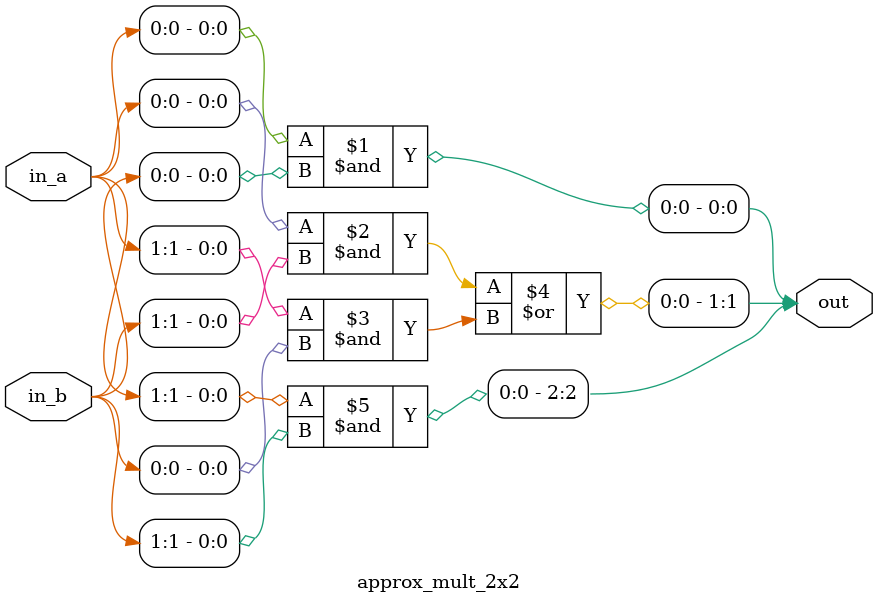
<source format=v>

`timescale 1ps / 1ps

module approx_mult_2x2
(
    input   wire [1:0]   in_a, in_b,
    output  wire [2:0]   out
);

assign out[0] = in_a[0] & in_b[0];
assign out[1] = (in_a[0] & in_b[1]) | (in_a[1] & in_b[0]);
assign out[2] = in_a[1] & in_b[1];

endmodule



</source>
